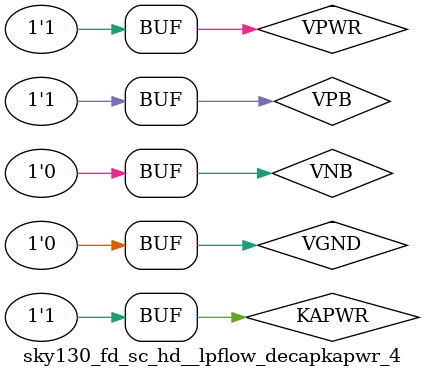
<source format=v>
/*
 * Copyright 2020 The SkyWater PDK Authors
 *
 * Licensed under the Apache License, Version 2.0 (the "License");
 * you may not use this file except in compliance with the License.
 * You may obtain a copy of the License at
 *
 *     https://www.apache.org/licenses/LICENSE-2.0
 *
 * Unless required by applicable law or agreed to in writing, software
 * distributed under the License is distributed on an "AS IS" BASIS,
 * WITHOUT WARRANTIES OR CONDITIONS OF ANY KIND, either express or implied.
 * See the License for the specific language governing permissions and
 * limitations under the License.
 *
 * SPDX-License-Identifier: Apache-2.0
*/


`ifndef SKY130_FD_SC_HD__LPFLOW_DECAPKAPWR_4_TIMING_V
`define SKY130_FD_SC_HD__LPFLOW_DECAPKAPWR_4_TIMING_V

/**
 * lpflow_decapkapwr: Decoupling capacitance filler on keep-alive
 *                    rail.
 *
 * Verilog simulation timing model.
 */

`timescale 1ns / 1ps
`default_nettype none

`celldefine
module sky130_fd_sc_hd__lpflow_decapkapwr_4 ();

    // Module supplies
    supply1 VPWR ;
    supply1 KAPWR;
    supply0 VGND ;
    supply1 VPB  ;
    supply0 VNB  ;
     // No contents.
endmodule
`endcelldefine

`default_nettype wire
`endif  // SKY130_FD_SC_HD__LPFLOW_DECAPKAPWR_4_TIMING_V

</source>
